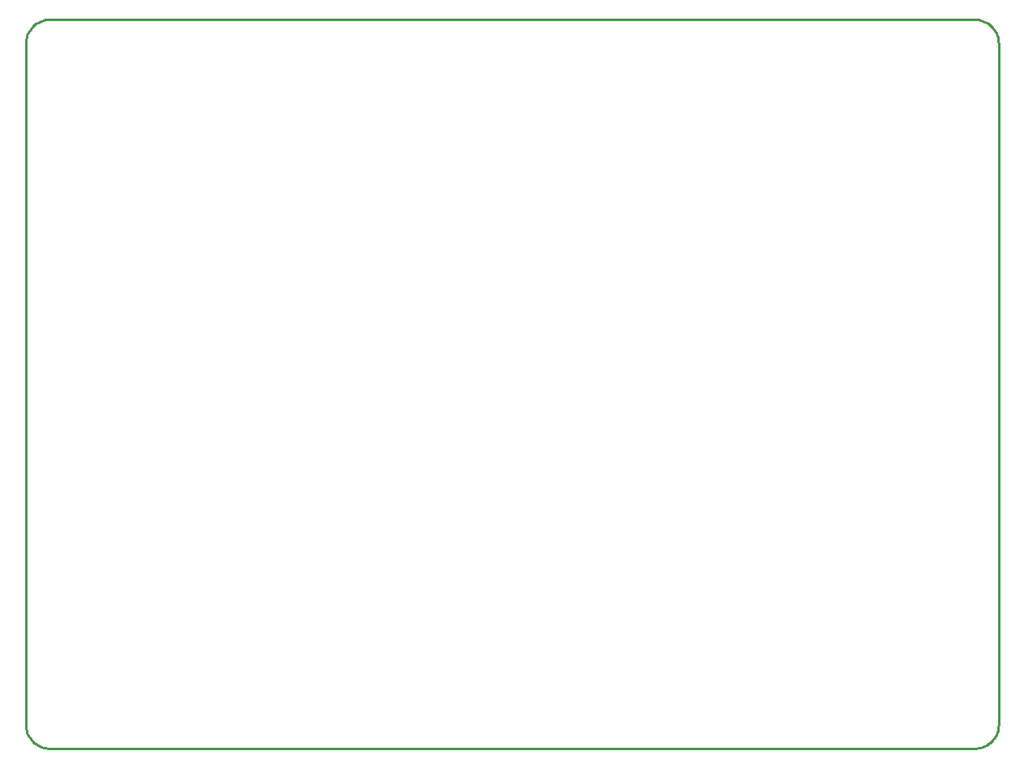
<source format=gko>
G04 EAGLE Gerber RS-274X export*
G75*
%MOMM*%
%FSLAX34Y34*%
%LPD*%
%IN*%
%IPPOS*%
%AMOC8*
5,1,8,0,0,1.08239X$1,22.5*%
G01*
%ADD10C,0.254000*%


D10*
X25400Y165100D02*
X25497Y162886D01*
X25786Y160689D01*
X26265Y158526D01*
X26932Y156413D01*
X27780Y154366D01*
X28803Y152400D01*
X29994Y150531D01*
X31342Y148773D01*
X32840Y147140D01*
X34473Y145642D01*
X36231Y144294D01*
X38100Y143103D01*
X40066Y142080D01*
X42113Y141232D01*
X44226Y140565D01*
X46389Y140086D01*
X48586Y139797D01*
X50800Y139700D01*
X1016000Y139700D01*
X1018214Y139797D01*
X1020411Y140086D01*
X1022574Y140565D01*
X1024687Y141232D01*
X1026735Y142080D01*
X1028700Y143103D01*
X1030569Y144294D01*
X1032327Y145642D01*
X1033961Y147140D01*
X1035458Y148773D01*
X1036806Y150531D01*
X1037997Y152400D01*
X1039020Y154366D01*
X1039868Y156413D01*
X1040535Y158526D01*
X1041014Y160689D01*
X1041303Y162886D01*
X1041400Y165100D01*
X1041400Y876300D01*
X1041303Y878514D01*
X1041014Y880711D01*
X1040535Y882874D01*
X1039868Y884987D01*
X1039020Y887035D01*
X1037997Y889000D01*
X1036806Y890869D01*
X1035458Y892627D01*
X1033961Y894261D01*
X1032327Y895758D01*
X1030569Y897106D01*
X1028700Y898297D01*
X1026735Y899320D01*
X1024687Y900168D01*
X1022574Y900835D01*
X1020411Y901314D01*
X1018214Y901603D01*
X1016000Y901700D01*
X50800Y901700D01*
X48586Y901603D01*
X46389Y901314D01*
X44226Y900835D01*
X42113Y900168D01*
X40066Y899320D01*
X38100Y898297D01*
X36231Y897106D01*
X34473Y895758D01*
X32840Y894261D01*
X31342Y892627D01*
X29994Y890869D01*
X28803Y889000D01*
X27780Y887035D01*
X26932Y884987D01*
X26265Y882874D01*
X25786Y880711D01*
X25497Y878514D01*
X25400Y876300D01*
X25400Y165100D01*
M02*

</source>
